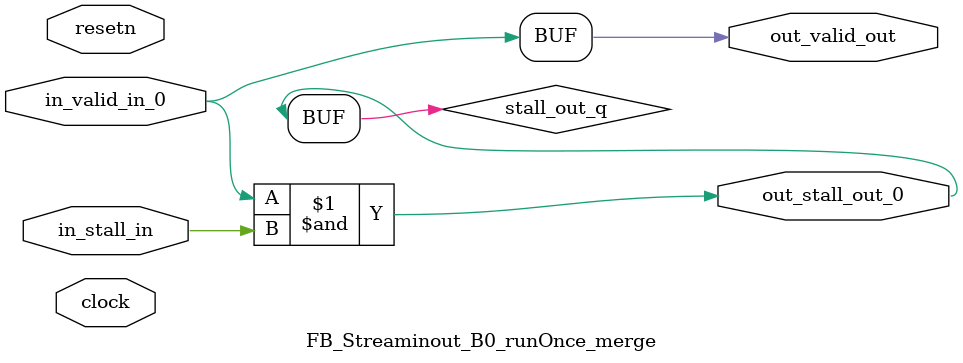
<source format=sv>



(* altera_attribute = "-name AUTO_SHIFT_REGISTER_RECOGNITION OFF; -name MESSAGE_DISABLE 10036; -name MESSAGE_DISABLE 10037; -name MESSAGE_DISABLE 14130; -name MESSAGE_DISABLE 14320; -name MESSAGE_DISABLE 15400; -name MESSAGE_DISABLE 14130; -name MESSAGE_DISABLE 10036; -name MESSAGE_DISABLE 12020; -name MESSAGE_DISABLE 12030; -name MESSAGE_DISABLE 12010; -name MESSAGE_DISABLE 12110; -name MESSAGE_DISABLE 14320; -name MESSAGE_DISABLE 13410; -name MESSAGE_DISABLE 113007; -name MESSAGE_DISABLE 10958" *)
module FB_Streaminout_B0_runOnce_merge (
    input wire [0:0] in_stall_in,
    input wire [0:0] in_valid_in_0,
    output wire [0:0] out_stall_out_0,
    output wire [0:0] out_valid_out,
    input wire clock,
    input wire resetn
    );

    wire [0:0] stall_out_q;


    // stall_out(LOGICAL,6)
    assign stall_out_q = in_valid_in_0 & in_stall_in;

    // out_stall_out_0(GPOUT,4)
    assign out_stall_out_0 = stall_out_q;

    // out_valid_out(GPOUT,5)
    assign out_valid_out = in_valid_in_0;

endmodule

</source>
